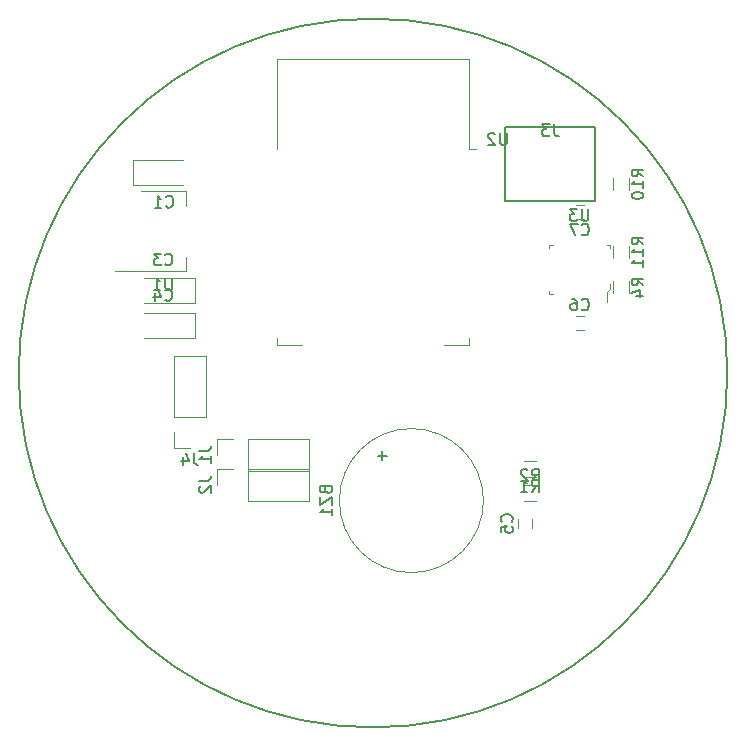
<source format=gbr>
G04 #@! TF.GenerationSoftware,KiCad,Pcbnew,6.0.0-rc1-unknown-59b0f55~66~ubuntu18.04.1*
G04 #@! TF.CreationDate,2018-12-02T19:59:02+01:00
G04 #@! TF.ProjectId,RoomUnit,526f6f6d-556e-4697-942e-6b696361645f,rev?*
G04 #@! TF.SameCoordinates,Original*
G04 #@! TF.FileFunction,Legend,Bot*
G04 #@! TF.FilePolarity,Positive*
%FSLAX46Y46*%
G04 Gerber Fmt 4.6, Leading zero omitted, Abs format (unit mm)*
G04 Created by KiCad (PCBNEW 6.0.0-rc1-unknown-59b0f55~66~ubuntu18.04.1) date So 02 Dez 2018 19:59:02 CET*
%MOMM*%
%LPD*%
G01*
G04 APERTURE LIST*
%ADD10C,0.150000*%
%ADD11C,0.120000*%
%ADD12C,0.100000*%
G04 APERTURE END LIST*
D10*
X180000000Y-100000000D02*
G75*
G03X180000000Y-100000000I-30000000J0D01*
G01*
D11*
G04 #@! TO.C,J4*
X133170000Y-98590000D02*
X135830000Y-98590000D01*
X133170000Y-103730000D02*
X133170000Y-98590000D01*
X135830000Y-103730000D02*
X135830000Y-98590000D01*
X133170000Y-103730000D02*
X135830000Y-103730000D01*
X133170000Y-105000000D02*
X133170000Y-106330000D01*
X133170000Y-106330000D02*
X134500000Y-106330000D01*
D12*
G04 #@! TO.C,U3*
X164900000Y-89150000D02*
X164900000Y-89450000D01*
X165200000Y-89150000D02*
X164900000Y-89150000D01*
X170100000Y-89150000D02*
X170100000Y-89450000D01*
X169800000Y-89150000D02*
X170100000Y-89150000D01*
X164900000Y-93350000D02*
X164900000Y-93050000D01*
X165200000Y-93350000D02*
X164900000Y-93350000D01*
X169800000Y-93150000D02*
X169800000Y-93950000D01*
X170100000Y-92850000D02*
X169800000Y-93150000D01*
X170100000Y-92450000D02*
X170100000Y-92850000D01*
D11*
G04 #@! TO.C,U2*
X158120000Y-73380000D02*
X141880000Y-73380000D01*
X141880000Y-73380000D02*
X141880000Y-81000000D01*
X141880000Y-97000000D02*
X141880000Y-97620000D01*
X141880000Y-97620000D02*
X144000000Y-97620000D01*
X156000000Y-97620000D02*
X158120000Y-97620000D01*
X158120000Y-97620000D02*
X158120000Y-97000000D01*
X158120000Y-81000000D02*
X158120000Y-73380000D01*
X158120000Y-81000000D02*
X158730000Y-81000000D01*
G04 #@! TO.C,U1*
X134149484Y-84582592D02*
X134149484Y-85842592D01*
X134149484Y-91402592D02*
X134149484Y-90142592D01*
X130389484Y-84582592D02*
X134149484Y-84582592D01*
X128139484Y-91402592D02*
X134149484Y-91402592D01*
G04 #@! TO.C,R11*
X170320000Y-89250000D02*
X170320000Y-90250000D01*
X171680000Y-90250000D02*
X171680000Y-89250000D01*
G04 #@! TO.C,R10*
X170320000Y-83500000D02*
X170320000Y-84500000D01*
X171680000Y-84500000D02*
X171680000Y-83500000D01*
G04 #@! TO.C,R4*
X170320000Y-92250000D02*
X170320000Y-93250000D01*
X171680000Y-93250000D02*
X171680000Y-92250000D01*
G04 #@! TO.C,R2*
X162779842Y-110829748D02*
X163779842Y-110829748D01*
X163779842Y-109469748D02*
X162779842Y-109469748D01*
G04 #@! TO.C,R1*
X163779842Y-107469748D02*
X162779842Y-107469748D01*
X162779842Y-108829748D02*
X163779842Y-108829748D01*
D10*
G04 #@! TO.C,J3*
X161190000Y-79150000D02*
X161190000Y-81230000D01*
X168810000Y-81230000D02*
X168810000Y-79150000D01*
X168810000Y-79150000D02*
X161190000Y-79150000D01*
X161190000Y-83770000D02*
X161190000Y-85450000D01*
X168810000Y-83770000D02*
X168810000Y-85450000D01*
X161190000Y-81230000D02*
X161190000Y-83770000D01*
X168810000Y-83770000D02*
X168810000Y-81230000D01*
X161190000Y-85450000D02*
X168810000Y-85450000D01*
D11*
G04 #@! TO.C,J2*
X144562840Y-108145547D02*
X144562840Y-110805547D01*
X139422840Y-108145547D02*
X144562840Y-108145547D01*
X139422840Y-110805547D02*
X144562840Y-110805547D01*
X139422840Y-108145547D02*
X139422840Y-110805547D01*
X138152840Y-108145547D02*
X136822840Y-108145547D01*
X136822840Y-108145547D02*
X136822840Y-109475547D01*
G04 #@! TO.C,J1*
X144562840Y-105605547D02*
X144562840Y-108265547D01*
X139422840Y-105605547D02*
X144562840Y-105605547D01*
X139422840Y-108265547D02*
X144562840Y-108265547D01*
X139422840Y-105605547D02*
X139422840Y-108265547D01*
X138152840Y-105605547D02*
X136822840Y-105605547D01*
X136822840Y-105605547D02*
X136822840Y-106935547D01*
G04 #@! TO.C,C7*
X167850000Y-85800000D02*
X167150000Y-85800000D01*
X167150000Y-87000000D02*
X167850000Y-87000000D01*
G04 #@! TO.C,C6*
X167150000Y-96350000D02*
X167850000Y-96350000D01*
X167850000Y-95150000D02*
X167150000Y-95150000D01*
G04 #@! TO.C,C5*
X163479842Y-113099748D02*
X163479842Y-112399748D01*
X162279842Y-112399748D02*
X162279842Y-113099748D01*
G04 #@! TO.C,C4*
X134889484Y-94942592D02*
X130639484Y-94942592D01*
X134889484Y-97042592D02*
X130639484Y-97042592D01*
X134889484Y-94942592D02*
X134889484Y-97042592D01*
G04 #@! TO.C,C3*
X134889484Y-91942592D02*
X130639484Y-91942592D01*
X134889484Y-94042592D02*
X130639484Y-94042592D01*
X134889484Y-91942592D02*
X134889484Y-94042592D01*
G04 #@! TO.C,C1*
X129656793Y-84042592D02*
X133906793Y-84042592D01*
X129656793Y-81942592D02*
X133906793Y-81942592D01*
X129656793Y-84042592D02*
X129656793Y-81942592D01*
G04 #@! TO.C,BZ1*
X159350000Y-110800000D02*
G75*
G03X159350000Y-110800000I-6100000J0D01*
G01*
G04 #@! TO.C,J4*
D10*
X134833333Y-106782380D02*
X134833333Y-107496666D01*
X134880952Y-107639523D01*
X134976190Y-107734761D01*
X135119047Y-107782380D01*
X135214285Y-107782380D01*
X133928571Y-107115714D02*
X133928571Y-107782380D01*
X134166666Y-106734761D02*
X134404761Y-107449047D01*
X133785714Y-107449047D01*
G04 #@! TO.C,U3*
X168244124Y-86132920D02*
X168244124Y-86942444D01*
X168196505Y-87037682D01*
X168148886Y-87085301D01*
X168053648Y-87132920D01*
X167863172Y-87132920D01*
X167767934Y-87085301D01*
X167720315Y-87037682D01*
X167672696Y-86942444D01*
X167672696Y-86132920D01*
X167291743Y-86132920D02*
X166672696Y-86132920D01*
X167006029Y-86513873D01*
X166863172Y-86513873D01*
X166767934Y-86561492D01*
X166720315Y-86609111D01*
X166672696Y-86704349D01*
X166672696Y-86942444D01*
X166720315Y-87037682D01*
X166767934Y-87085301D01*
X166863172Y-87132920D01*
X167148886Y-87132920D01*
X167244124Y-87085301D01*
X167291743Y-87037682D01*
G04 #@! TO.C,U2*
X161321904Y-79692380D02*
X161321904Y-80501904D01*
X161274285Y-80597142D01*
X161226666Y-80644761D01*
X161131428Y-80692380D01*
X160940952Y-80692380D01*
X160845714Y-80644761D01*
X160798095Y-80597142D01*
X160750476Y-80501904D01*
X160750476Y-79692380D01*
X160321904Y-79787619D02*
X160274285Y-79740000D01*
X160179047Y-79692380D01*
X159940952Y-79692380D01*
X159845714Y-79740000D01*
X159798095Y-79787619D01*
X159750476Y-79882857D01*
X159750476Y-79978095D01*
X159798095Y-80120952D01*
X160369523Y-80692380D01*
X159750476Y-80692380D01*
G04 #@! TO.C,U1*
X133001388Y-91944972D02*
X133001388Y-92754496D01*
X132953769Y-92849734D01*
X132906150Y-92897353D01*
X132810912Y-92944972D01*
X132620436Y-92944972D01*
X132525198Y-92897353D01*
X132477579Y-92849734D01*
X132429960Y-92754496D01*
X132429960Y-91944972D01*
X131429960Y-92944972D02*
X132001388Y-92944972D01*
X131715674Y-92944972D02*
X131715674Y-91944972D01*
X131810912Y-92087830D01*
X131906150Y-92183068D01*
X132001388Y-92230687D01*
G04 #@! TO.C,R11*
X172902380Y-89107142D02*
X172426190Y-88773809D01*
X172902380Y-88535714D02*
X171902380Y-88535714D01*
X171902380Y-88916666D01*
X171950000Y-89011904D01*
X171997619Y-89059523D01*
X172092857Y-89107142D01*
X172235714Y-89107142D01*
X172330952Y-89059523D01*
X172378571Y-89011904D01*
X172426190Y-88916666D01*
X172426190Y-88535714D01*
X172902380Y-90059523D02*
X172902380Y-89488095D01*
X172902380Y-89773809D02*
X171902380Y-89773809D01*
X172045238Y-89678571D01*
X172140476Y-89583333D01*
X172188095Y-89488095D01*
X172902380Y-91011904D02*
X172902380Y-90440476D01*
X172902380Y-90726190D02*
X171902380Y-90726190D01*
X172045238Y-90630952D01*
X172140476Y-90535714D01*
X172188095Y-90440476D01*
G04 #@! TO.C,R10*
X172902380Y-83357142D02*
X172426190Y-83023809D01*
X172902380Y-82785714D02*
X171902380Y-82785714D01*
X171902380Y-83166666D01*
X171950000Y-83261904D01*
X171997619Y-83309523D01*
X172092857Y-83357142D01*
X172235714Y-83357142D01*
X172330952Y-83309523D01*
X172378571Y-83261904D01*
X172426190Y-83166666D01*
X172426190Y-82785714D01*
X172902380Y-84309523D02*
X172902380Y-83738095D01*
X172902380Y-84023809D02*
X171902380Y-84023809D01*
X172045238Y-83928571D01*
X172140476Y-83833333D01*
X172188095Y-83738095D01*
X171902380Y-84928571D02*
X171902380Y-85023809D01*
X171950000Y-85119047D01*
X171997619Y-85166666D01*
X172092857Y-85214285D01*
X172283333Y-85261904D01*
X172521428Y-85261904D01*
X172711904Y-85214285D01*
X172807142Y-85166666D01*
X172854761Y-85119047D01*
X172902380Y-85023809D01*
X172902380Y-84928571D01*
X172854761Y-84833333D01*
X172807142Y-84785714D01*
X172711904Y-84738095D01*
X172521428Y-84690476D01*
X172283333Y-84690476D01*
X172092857Y-84738095D01*
X171997619Y-84785714D01*
X171950000Y-84833333D01*
X171902380Y-84928571D01*
G04 #@! TO.C,R4*
X172902380Y-92583333D02*
X172426190Y-92250000D01*
X172902380Y-92011904D02*
X171902380Y-92011904D01*
X171902380Y-92392857D01*
X171950000Y-92488095D01*
X171997619Y-92535714D01*
X172092857Y-92583333D01*
X172235714Y-92583333D01*
X172330952Y-92535714D01*
X172378571Y-92488095D01*
X172426190Y-92392857D01*
X172426190Y-92011904D01*
X172235714Y-93440476D02*
X172902380Y-93440476D01*
X171854761Y-93202380D02*
X172569047Y-92964285D01*
X172569047Y-93583333D01*
G04 #@! TO.C,R2*
X163446508Y-109152128D02*
X163779842Y-108675938D01*
X164017937Y-109152128D02*
X164017937Y-108152128D01*
X163636984Y-108152128D01*
X163541746Y-108199748D01*
X163494127Y-108247367D01*
X163446508Y-108342605D01*
X163446508Y-108485462D01*
X163494127Y-108580700D01*
X163541746Y-108628319D01*
X163636984Y-108675938D01*
X164017937Y-108675938D01*
X163065556Y-108247367D02*
X163017937Y-108199748D01*
X162922699Y-108152128D01*
X162684603Y-108152128D01*
X162589365Y-108199748D01*
X162541746Y-108247367D01*
X162494127Y-108342605D01*
X162494127Y-108437843D01*
X162541746Y-108580700D01*
X163113175Y-109152128D01*
X162494127Y-109152128D01*
G04 #@! TO.C,R1*
X163446508Y-110052128D02*
X163779842Y-109575938D01*
X164017937Y-110052128D02*
X164017937Y-109052128D01*
X163636984Y-109052128D01*
X163541746Y-109099748D01*
X163494127Y-109147367D01*
X163446508Y-109242605D01*
X163446508Y-109385462D01*
X163494127Y-109480700D01*
X163541746Y-109528319D01*
X163636984Y-109575938D01*
X164017937Y-109575938D01*
X162494127Y-110052128D02*
X163065556Y-110052128D01*
X162779842Y-110052128D02*
X162779842Y-109052128D01*
X162875080Y-109194986D01*
X162970318Y-109290224D01*
X163065556Y-109337843D01*
G04 #@! TO.C,J3*
X165333333Y-78952380D02*
X165333333Y-79666666D01*
X165380952Y-79809523D01*
X165476190Y-79904761D01*
X165619047Y-79952380D01*
X165714285Y-79952380D01*
X164952380Y-78952380D02*
X164333333Y-78952380D01*
X164666666Y-79333333D01*
X164523809Y-79333333D01*
X164428571Y-79380952D01*
X164380952Y-79428571D01*
X164333333Y-79523809D01*
X164333333Y-79761904D01*
X164380952Y-79857142D01*
X164428571Y-79904761D01*
X164523809Y-79952380D01*
X164809523Y-79952380D01*
X164904761Y-79904761D01*
X164952380Y-79857142D01*
G04 #@! TO.C,J2*
X135275220Y-109142213D02*
X135989506Y-109142213D01*
X136132363Y-109094594D01*
X136227601Y-108999356D01*
X136275220Y-108856499D01*
X136275220Y-108761261D01*
X135370459Y-109570785D02*
X135322840Y-109618404D01*
X135275220Y-109713642D01*
X135275220Y-109951737D01*
X135322840Y-110046975D01*
X135370459Y-110094594D01*
X135465697Y-110142213D01*
X135560935Y-110142213D01*
X135703792Y-110094594D01*
X136275220Y-109523166D01*
X136275220Y-110142213D01*
G04 #@! TO.C,J1*
X135275220Y-106602213D02*
X135989506Y-106602213D01*
X136132363Y-106554594D01*
X136227601Y-106459356D01*
X136275220Y-106316499D01*
X136275220Y-106221261D01*
X136275220Y-107602213D02*
X136275220Y-107030785D01*
X136275220Y-107316499D02*
X135275220Y-107316499D01*
X135418078Y-107221261D01*
X135513316Y-107126023D01*
X135560935Y-107030785D01*
G04 #@! TO.C,C7*
X167666666Y-88257142D02*
X167714285Y-88304761D01*
X167857142Y-88352380D01*
X167952380Y-88352380D01*
X168095238Y-88304761D01*
X168190476Y-88209523D01*
X168238095Y-88114285D01*
X168285714Y-87923809D01*
X168285714Y-87780952D01*
X168238095Y-87590476D01*
X168190476Y-87495238D01*
X168095238Y-87400000D01*
X167952380Y-87352380D01*
X167857142Y-87352380D01*
X167714285Y-87400000D01*
X167666666Y-87447619D01*
X167333333Y-87352380D02*
X166666666Y-87352380D01*
X167095238Y-88352380D01*
G04 #@! TO.C,C6*
X167666666Y-94607142D02*
X167714285Y-94654761D01*
X167857142Y-94702380D01*
X167952380Y-94702380D01*
X168095238Y-94654761D01*
X168190476Y-94559523D01*
X168238095Y-94464285D01*
X168285714Y-94273809D01*
X168285714Y-94130952D01*
X168238095Y-93940476D01*
X168190476Y-93845238D01*
X168095238Y-93750000D01*
X167952380Y-93702380D01*
X167857142Y-93702380D01*
X167714285Y-93750000D01*
X167666666Y-93797619D01*
X166809523Y-93702380D02*
X167000000Y-93702380D01*
X167095238Y-93750000D01*
X167142857Y-93797619D01*
X167238095Y-93940476D01*
X167285714Y-94130952D01*
X167285714Y-94511904D01*
X167238095Y-94607142D01*
X167190476Y-94654761D01*
X167095238Y-94702380D01*
X166904761Y-94702380D01*
X166809523Y-94654761D01*
X166761904Y-94607142D01*
X166714285Y-94511904D01*
X166714285Y-94273809D01*
X166761904Y-94178571D01*
X166809523Y-94130952D01*
X166904761Y-94083333D01*
X167095238Y-94083333D01*
X167190476Y-94130952D01*
X167238095Y-94178571D01*
X167285714Y-94273809D01*
G04 #@! TO.C,C5*
X161736984Y-112583081D02*
X161784603Y-112535462D01*
X161832222Y-112392605D01*
X161832222Y-112297367D01*
X161784603Y-112154509D01*
X161689365Y-112059271D01*
X161594127Y-112011652D01*
X161403651Y-111964033D01*
X161260794Y-111964033D01*
X161070318Y-112011652D01*
X160975080Y-112059271D01*
X160879842Y-112154509D01*
X160832222Y-112297367D01*
X160832222Y-112392605D01*
X160879842Y-112535462D01*
X160927461Y-112583081D01*
X160832222Y-113487843D02*
X160832222Y-113011652D01*
X161308413Y-112964033D01*
X161260794Y-113011652D01*
X161213175Y-113106890D01*
X161213175Y-113344986D01*
X161260794Y-113440224D01*
X161308413Y-113487843D01*
X161403651Y-113535462D01*
X161641746Y-113535462D01*
X161736984Y-113487843D01*
X161784603Y-113440224D01*
X161832222Y-113344986D01*
X161832222Y-113106890D01*
X161784603Y-113011652D01*
X161736984Y-112964033D01*
G04 #@! TO.C,C4*
X132406150Y-93799734D02*
X132453769Y-93847353D01*
X132596626Y-93894972D01*
X132691864Y-93894972D01*
X132834722Y-93847353D01*
X132929960Y-93752115D01*
X132977579Y-93656877D01*
X133025198Y-93466401D01*
X133025198Y-93323544D01*
X132977579Y-93133068D01*
X132929960Y-93037830D01*
X132834722Y-92942592D01*
X132691864Y-92894972D01*
X132596626Y-92894972D01*
X132453769Y-92942592D01*
X132406150Y-92990211D01*
X131549007Y-93228306D02*
X131549007Y-93894972D01*
X131787103Y-92847353D02*
X132025198Y-93561639D01*
X131406150Y-93561639D01*
G04 #@! TO.C,C3*
X132406150Y-90799734D02*
X132453769Y-90847353D01*
X132596626Y-90894972D01*
X132691864Y-90894972D01*
X132834722Y-90847353D01*
X132929960Y-90752115D01*
X132977579Y-90656877D01*
X133025198Y-90466401D01*
X133025198Y-90323544D01*
X132977579Y-90133068D01*
X132929960Y-90037830D01*
X132834722Y-89942592D01*
X132691864Y-89894972D01*
X132596626Y-89894972D01*
X132453769Y-89942592D01*
X132406150Y-89990211D01*
X132072817Y-89894972D02*
X131453769Y-89894972D01*
X131787103Y-90275925D01*
X131644245Y-90275925D01*
X131549007Y-90323544D01*
X131501388Y-90371163D01*
X131453769Y-90466401D01*
X131453769Y-90704496D01*
X131501388Y-90799734D01*
X131549007Y-90847353D01*
X131644245Y-90894972D01*
X131929960Y-90894972D01*
X132025198Y-90847353D01*
X132072817Y-90799734D01*
G04 #@! TO.C,C1*
X132473459Y-85899734D02*
X132521078Y-85947353D01*
X132663935Y-85994972D01*
X132759173Y-85994972D01*
X132902031Y-85947353D01*
X132997269Y-85852115D01*
X133044888Y-85756877D01*
X133092507Y-85566401D01*
X133092507Y-85423544D01*
X133044888Y-85233068D01*
X132997269Y-85137830D01*
X132902031Y-85042592D01*
X132759173Y-84994972D01*
X132663935Y-84994972D01*
X132521078Y-85042592D01*
X132473459Y-85090211D01*
X131521078Y-85994972D02*
X132092507Y-85994972D01*
X131806793Y-85994972D02*
X131806793Y-84994972D01*
X131902031Y-85137830D01*
X131997269Y-85233068D01*
X132092507Y-85280687D01*
G04 #@! TO.C,BZ1*
X145978571Y-109919047D02*
X146026190Y-110061904D01*
X146073809Y-110109523D01*
X146169047Y-110157142D01*
X146311904Y-110157142D01*
X146407142Y-110109523D01*
X146454761Y-110061904D01*
X146502380Y-109966666D01*
X146502380Y-109585714D01*
X145502380Y-109585714D01*
X145502380Y-109919047D01*
X145550000Y-110014285D01*
X145597619Y-110061904D01*
X145692857Y-110109523D01*
X145788095Y-110109523D01*
X145883333Y-110061904D01*
X145930952Y-110014285D01*
X145978571Y-109919047D01*
X145978571Y-109585714D01*
X145502380Y-110490476D02*
X145502380Y-111157142D01*
X146502380Y-110490476D01*
X146502380Y-111157142D01*
X146502380Y-112061904D02*
X146502380Y-111490476D01*
X146502380Y-111776190D02*
X145502380Y-111776190D01*
X145645238Y-111680952D01*
X145740476Y-111585714D01*
X145788095Y-111490476D01*
X150781428Y-106609047D02*
X150781428Y-107370952D01*
X151162380Y-106990000D02*
X150400476Y-106990000D01*
G04 #@! TD*
M02*

</source>
